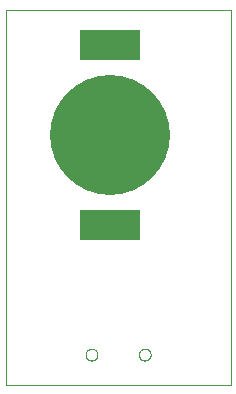
<source format=gbp>
G75*
%MOIN*%
%OFA0B0*%
%FSLAX25Y25*%
%IPPOS*%
%LPD*%
%AMOC8*
5,1,8,0,0,1.08239X$1,22.5*
%
%ADD10C,0.00000*%
%ADD11C,0.40000*%
%ADD12R,0.20000X0.10000*%
D10*
X0021345Y0060541D02*
X0021345Y0185541D01*
X0096345Y0185541D01*
X0096345Y0060541D01*
X0021345Y0060541D01*
X0048018Y0070541D02*
X0048020Y0070629D01*
X0048026Y0070717D01*
X0048036Y0070805D01*
X0048050Y0070893D01*
X0048067Y0070979D01*
X0048089Y0071065D01*
X0048114Y0071149D01*
X0048144Y0071233D01*
X0048176Y0071315D01*
X0048213Y0071395D01*
X0048253Y0071474D01*
X0048297Y0071551D01*
X0048344Y0071626D01*
X0048394Y0071698D01*
X0048448Y0071769D01*
X0048504Y0071836D01*
X0048564Y0071902D01*
X0048626Y0071964D01*
X0048692Y0072024D01*
X0048759Y0072080D01*
X0048830Y0072134D01*
X0048902Y0072184D01*
X0048977Y0072231D01*
X0049054Y0072275D01*
X0049133Y0072315D01*
X0049213Y0072352D01*
X0049295Y0072384D01*
X0049379Y0072414D01*
X0049463Y0072439D01*
X0049549Y0072461D01*
X0049635Y0072478D01*
X0049723Y0072492D01*
X0049811Y0072502D01*
X0049899Y0072508D01*
X0049987Y0072510D01*
X0050075Y0072508D01*
X0050163Y0072502D01*
X0050251Y0072492D01*
X0050339Y0072478D01*
X0050425Y0072461D01*
X0050511Y0072439D01*
X0050595Y0072414D01*
X0050679Y0072384D01*
X0050761Y0072352D01*
X0050841Y0072315D01*
X0050920Y0072275D01*
X0050997Y0072231D01*
X0051072Y0072184D01*
X0051144Y0072134D01*
X0051215Y0072080D01*
X0051282Y0072024D01*
X0051348Y0071964D01*
X0051410Y0071902D01*
X0051470Y0071836D01*
X0051526Y0071769D01*
X0051580Y0071698D01*
X0051630Y0071626D01*
X0051677Y0071551D01*
X0051721Y0071474D01*
X0051761Y0071395D01*
X0051798Y0071315D01*
X0051830Y0071233D01*
X0051860Y0071149D01*
X0051885Y0071065D01*
X0051907Y0070979D01*
X0051924Y0070893D01*
X0051938Y0070805D01*
X0051948Y0070717D01*
X0051954Y0070629D01*
X0051956Y0070541D01*
X0051954Y0070453D01*
X0051948Y0070365D01*
X0051938Y0070277D01*
X0051924Y0070189D01*
X0051907Y0070103D01*
X0051885Y0070017D01*
X0051860Y0069933D01*
X0051830Y0069849D01*
X0051798Y0069767D01*
X0051761Y0069687D01*
X0051721Y0069608D01*
X0051677Y0069531D01*
X0051630Y0069456D01*
X0051580Y0069384D01*
X0051526Y0069313D01*
X0051470Y0069246D01*
X0051410Y0069180D01*
X0051348Y0069118D01*
X0051282Y0069058D01*
X0051215Y0069002D01*
X0051144Y0068948D01*
X0051072Y0068898D01*
X0050997Y0068851D01*
X0050920Y0068807D01*
X0050841Y0068767D01*
X0050761Y0068730D01*
X0050679Y0068698D01*
X0050595Y0068668D01*
X0050511Y0068643D01*
X0050425Y0068621D01*
X0050339Y0068604D01*
X0050251Y0068590D01*
X0050163Y0068580D01*
X0050075Y0068574D01*
X0049987Y0068572D01*
X0049899Y0068574D01*
X0049811Y0068580D01*
X0049723Y0068590D01*
X0049635Y0068604D01*
X0049549Y0068621D01*
X0049463Y0068643D01*
X0049379Y0068668D01*
X0049295Y0068698D01*
X0049213Y0068730D01*
X0049133Y0068767D01*
X0049054Y0068807D01*
X0048977Y0068851D01*
X0048902Y0068898D01*
X0048830Y0068948D01*
X0048759Y0069002D01*
X0048692Y0069058D01*
X0048626Y0069118D01*
X0048564Y0069180D01*
X0048504Y0069246D01*
X0048448Y0069313D01*
X0048394Y0069384D01*
X0048344Y0069456D01*
X0048297Y0069531D01*
X0048253Y0069608D01*
X0048213Y0069687D01*
X0048176Y0069767D01*
X0048144Y0069849D01*
X0048114Y0069933D01*
X0048089Y0070017D01*
X0048067Y0070103D01*
X0048050Y0070189D01*
X0048036Y0070277D01*
X0048026Y0070365D01*
X0048020Y0070453D01*
X0048018Y0070541D01*
X0065734Y0070541D02*
X0065736Y0070629D01*
X0065742Y0070717D01*
X0065752Y0070805D01*
X0065766Y0070893D01*
X0065783Y0070979D01*
X0065805Y0071065D01*
X0065830Y0071149D01*
X0065860Y0071233D01*
X0065892Y0071315D01*
X0065929Y0071395D01*
X0065969Y0071474D01*
X0066013Y0071551D01*
X0066060Y0071626D01*
X0066110Y0071698D01*
X0066164Y0071769D01*
X0066220Y0071836D01*
X0066280Y0071902D01*
X0066342Y0071964D01*
X0066408Y0072024D01*
X0066475Y0072080D01*
X0066546Y0072134D01*
X0066618Y0072184D01*
X0066693Y0072231D01*
X0066770Y0072275D01*
X0066849Y0072315D01*
X0066929Y0072352D01*
X0067011Y0072384D01*
X0067095Y0072414D01*
X0067179Y0072439D01*
X0067265Y0072461D01*
X0067351Y0072478D01*
X0067439Y0072492D01*
X0067527Y0072502D01*
X0067615Y0072508D01*
X0067703Y0072510D01*
X0067791Y0072508D01*
X0067879Y0072502D01*
X0067967Y0072492D01*
X0068055Y0072478D01*
X0068141Y0072461D01*
X0068227Y0072439D01*
X0068311Y0072414D01*
X0068395Y0072384D01*
X0068477Y0072352D01*
X0068557Y0072315D01*
X0068636Y0072275D01*
X0068713Y0072231D01*
X0068788Y0072184D01*
X0068860Y0072134D01*
X0068931Y0072080D01*
X0068998Y0072024D01*
X0069064Y0071964D01*
X0069126Y0071902D01*
X0069186Y0071836D01*
X0069242Y0071769D01*
X0069296Y0071698D01*
X0069346Y0071626D01*
X0069393Y0071551D01*
X0069437Y0071474D01*
X0069477Y0071395D01*
X0069514Y0071315D01*
X0069546Y0071233D01*
X0069576Y0071149D01*
X0069601Y0071065D01*
X0069623Y0070979D01*
X0069640Y0070893D01*
X0069654Y0070805D01*
X0069664Y0070717D01*
X0069670Y0070629D01*
X0069672Y0070541D01*
X0069670Y0070453D01*
X0069664Y0070365D01*
X0069654Y0070277D01*
X0069640Y0070189D01*
X0069623Y0070103D01*
X0069601Y0070017D01*
X0069576Y0069933D01*
X0069546Y0069849D01*
X0069514Y0069767D01*
X0069477Y0069687D01*
X0069437Y0069608D01*
X0069393Y0069531D01*
X0069346Y0069456D01*
X0069296Y0069384D01*
X0069242Y0069313D01*
X0069186Y0069246D01*
X0069126Y0069180D01*
X0069064Y0069118D01*
X0068998Y0069058D01*
X0068931Y0069002D01*
X0068860Y0068948D01*
X0068788Y0068898D01*
X0068713Y0068851D01*
X0068636Y0068807D01*
X0068557Y0068767D01*
X0068477Y0068730D01*
X0068395Y0068698D01*
X0068311Y0068668D01*
X0068227Y0068643D01*
X0068141Y0068621D01*
X0068055Y0068604D01*
X0067967Y0068590D01*
X0067879Y0068580D01*
X0067791Y0068574D01*
X0067703Y0068572D01*
X0067615Y0068574D01*
X0067527Y0068580D01*
X0067439Y0068590D01*
X0067351Y0068604D01*
X0067265Y0068621D01*
X0067179Y0068643D01*
X0067095Y0068668D01*
X0067011Y0068698D01*
X0066929Y0068730D01*
X0066849Y0068767D01*
X0066770Y0068807D01*
X0066693Y0068851D01*
X0066618Y0068898D01*
X0066546Y0068948D01*
X0066475Y0069002D01*
X0066408Y0069058D01*
X0066342Y0069118D01*
X0066280Y0069180D01*
X0066220Y0069246D01*
X0066164Y0069313D01*
X0066110Y0069384D01*
X0066060Y0069456D01*
X0066013Y0069531D01*
X0065969Y0069608D01*
X0065929Y0069687D01*
X0065892Y0069767D01*
X0065860Y0069849D01*
X0065830Y0069933D01*
X0065805Y0070017D01*
X0065783Y0070103D01*
X0065766Y0070189D01*
X0065752Y0070277D01*
X0065742Y0070365D01*
X0065736Y0070453D01*
X0065734Y0070541D01*
D11*
X0056033Y0143666D03*
D12*
X0056033Y0173666D03*
X0056033Y0113666D03*
M02*

</source>
